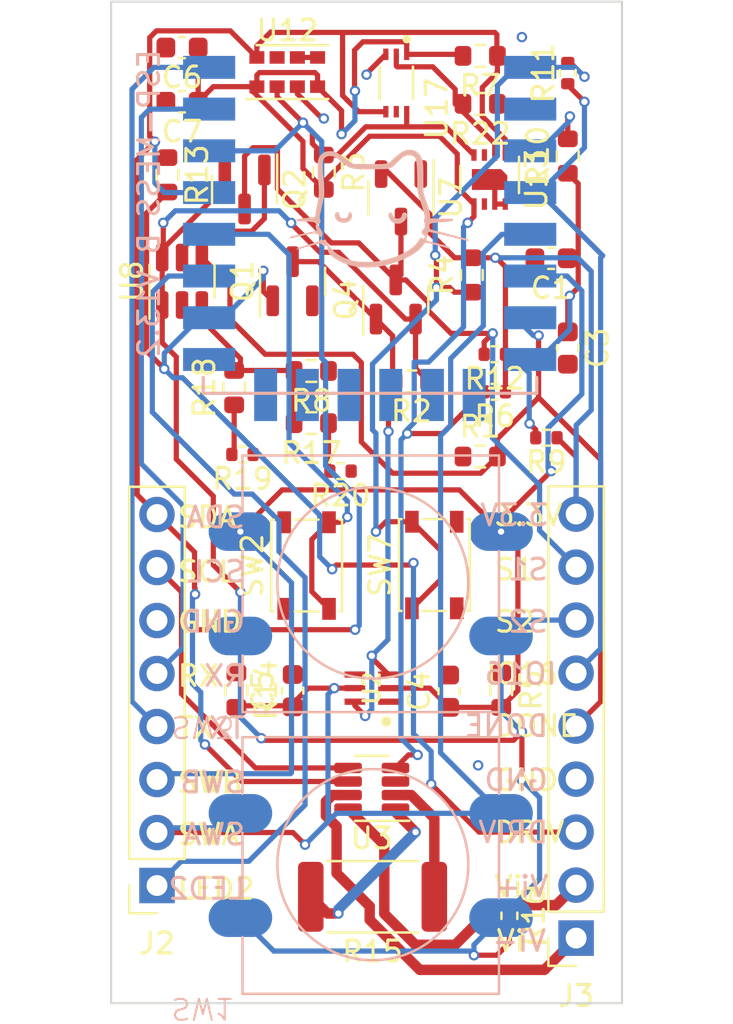
<source format=kicad_pcb>
(kicad_pcb (version 20221018) (generator pcbnew)
  (layers (0 "F.Cu" signal) (31 "B.Cu" signal) (34 "B.Paste" user) (35 "F.Paste" user) (36 "B.SilkS" user "B.Silkscreen") (37 "F.SilkS" user "F.Silkscreen") (38 "B.Mask" user) (39 "F.Mask" user) (44 "Edge.Cuts" user))
  (net 0 "")
  (net 1 "Net-(U1-VCC)")
  (net 2 "GND")
  (net 3 "SW-B")
  (net 4 "SW-A")
  (net 5 "V-SENS")
  (net 6 "+3.3V")
  (net 7 "SDA")
  (net 8 "SCL")
  (net 9 "RX")
  (net 10 "TX")
  (net 11 "Vi+")
  (net 12 "Net-(Q2-G)")
  (net 13 "IO16")
  (net 14 "DRIVE")
  (net 15 "DONE")
  (net 16 "Net-(U8-DELAY{slash}M_DRV)")
  (net 17 "EN")
  (net 18 "Net-(U1-REST)")
  (net 19 "Net-(U13-ADDR)")
  (net 20 "Net-(U1-GPIO0)")
  (net 22 "LED2")
  (net 30 "Net-(U12-LDR)")
  (net 34 "Net-(Q1-D)")
  (net 35 "Net-(U3-IN-)")
  (net 36 "Net-(U3-IN+)")
  (net 37 "Vi-")
  (net 38 "S1")
  (net 39 "S2")
  (net 40 "Net-(R17-Pad1)")
  (net 41 "Net-(R18-Pad1)")
  (footprint "Package_TO_SOT_SMD:SOT-23" (layer "F.Cu") (at 126.05 68.175 90)
    (fp_text reference "Q4")
    (fp_text value "AO3401A")
  )
  (footprint "Capacitor_SMD:C_0603_1608Metric" (layer "F.Cu") (at 115.8 56.1 180)
    (fp_text reference "C6")
    (fp_text value "C")
  )
  (footprint "Connector_PinSocket_2.54mm:PinSocket_1x09_P2.54mm_Vertical" (layer "F.Cu") (at 134.7 98.78 180)
    (fp_text reference "J3")
    (fp_text value "Conn_01x09_Socket")
  )
  (footprint "Capacitor_SMD:C_0603_1608Metric" (layer "F.Cu") (at 128.60825 86.9465 90)
    (fp_text reference "C4")
    (fp_text value "C")
  )
  (footprint "Resistor_SMD:R_0603_1608Metric" (layer "F.Cu") (at 130.1 58.8 180)
    (fp_text reference "R22")
    (fp_text value "0K")
  )
  (footprint "Resistor_SMD:R_0603_1608Metric" (layer "F.Cu") (at 126.8 72.1 180)
    (fp_text reference "R2")
    (fp_text value "R")
  )
  (footprint "Resistor_SMD:R_0603_1608Metric" (layer "F.Cu") (at 118.3 72.4 90)
    (fp_text reference "R18")
    (fp_text value "R")
  )
  (footprint "Resistor_SMD:R_0603_1608Metric" (layer "F.Cu") (at 122.6 62.075 -90)
    (fp_text reference "R3")
    (fp_text value "R")
  )
  (footprint "Sensor_Humidity:Sensirion_DFN-8-1EP_2.5x2.5mm_P0.5mm_EP1.1x1.7mm" (layer "F.Cu") (at 130.55 62.425 -90)
    (fp_text reference "U13")
    (fp_text value "SHT31-DIS")
  )
  (footprint "Resistor_SMD:R_2512_6332Metric" (layer "F.Cu") (at 124.9375 96.8 180)
    (fp_text reference "R15")
    (fp_text value "R")
  )
  (footprint "Resistor_SMD:R_0402_1005Metric" (layer "F.Cu") (at 123.4 76.4 180)
    (fp_text reference "R20")
    (fp_text value "0K")
  )
  (footprint "Resistor_SMD:R_0402_1005Metric" (layer "F.Cu") (at 133.275 74.8 180)
    (fp_text reference "R9")
    (fp_text value "0K")
  )
  (footprint "Resistor_SMD:R_0603_1608Metric" (layer "F.Cu") (at 129.7 67 90)
    (fp_text reference "R4")
    (fp_text value "R")
  )
  (footprint "2n7002:SOT363" (layer "F.Cu") (at 124.9 86.8 90)
    (fp_text reference "U2")
    (fp_text value "2N7002DW")
  )
  (footprint "Resistor_SMD:R_0603_1608Metric" (layer "F.Cu") (at 118.40825 86.8965 -90)
    (fp_text reference "R14")
    (fp_text value "R")
  )
  (footprint "Resistor_SMD:R_0402_1005Metric" (layer "F.Cu") (at 130.8 70.8 180)
    (fp_text reference "R12")
    (fp_text value "0K")
  )
  (footprint "Package_TO_SOT_SMD:SOT-23" (layer "F.Cu") (at 118.8 62.9 -90)
    (fp_text reference "Q2")
    (fp_text value "AO3401A")
  )
  (footprint "Button_Switch_SMD:SW_SPST_PTS810" (layer "F.Cu") (at 127.9 80.9 90)
    (fp_text reference "SW7")
    (fp_text value "SW_Push")
  )
  (footprint "Capacitor_SMD:C_0603_1608Metric" (layer "F.Cu") (at 133.5 66.2 180)
    (fp_text reference "C1")
    (fp_text value "C")
  )
  (footprint "Resistor_SMD:R_0603_1608Metric" (layer "F.Cu") (at 130.1 75.7)
    (fp_text reference "R1")
    (fp_text value "R")
  )
  (footprint "Button_Switch_SMD:SW_SPST_PTS810" (layer "F.Cu") (at 121.775 80.925 90)
    (fp_text reference "SW2")
    (fp_text value "SW_Push")
  )
  (footprint "Resistor_SMD:R_0603_1608Metric" (layer "F.Cu") (at 130.1 56.5 180)
    (fp_text reference "R7")
    (fp_text value "R")
  )
  (footprint "Resistor_SMD:R_0603_1608Metric" (layer "F.Cu") (at 134.3 61.3 90)
    (fp_text reference "R10")
    (fp_text value "R")
  )
  (footprint "Capacitor_SMD:C_0603_1608Metric" (layer "F.Cu") (at 115.8 58.7 180)
    (fp_text reference "C7")
    (fp_text value "C")
  )
  (footprint "Resistor_SMD:R_0402_1005Metric" (layer "F.Cu") (at 118.7 75.6 180)
    (fp_text reference "R19")
    (fp_text value "0K")
  )
  (footprint "Capacitor_SMD:C_0603_1608Metric" (layer "F.Cu") (at 134.3 70.5 -90)
    (fp_text reference "C3")
    (fp_text value "C")
  )
  (footprint "Resistor_SMD:R_0603_1608Metric" (layer "F.Cu") (at 131.10825 86.8965 -90)
    (fp_text reference "R5")
    (fp_text value "R")
  )
  (footprint "Resistor_SMD:R_0603_1608Metric" (layer "F.Cu") (at 122 71.6 180)
    (fp_text reference "R8")
    (fp_text value "R")
  )
  (footprint "Connector_PinSocket_2.54mm:PinSocket_1x08_P2.54mm_Vertical" (layer "F.Cu") (at 114.6 96.26 180)
    (fp_text reference "J2")
    (fp_text value "Conn_01x08_Socket")
  )
  (footprint "Package_TO_SOT_SMD:SOT-23-8" (layer "F.Cu") (at 124.9 91.6 180)
    (fp_text reference "U3")
    (fp_text value "INA219AxDCN")
  )
  (footprint "Resistor_SMD:R_0402_1005Metric" (layer "F.Cu") (at 130.8 72.6 180)
    (fp_text reference "R6")
    (fp_text value "0K")
  )
  (footprint "Package_TO_SOT_SMD:SOT-23-3" (layer "F.Cu") (at 126.3 63.3 -90)
    (fp_text reference "U7")
    (fp_text value "XC6206PxxxMR")
  )
  (footprint "Resistor_SMD:R_0402_1005Metric" (layer "F.Cu") (at 134.3 57.325 90)
    (fp_text reference "R11")
    (fp_text value "0K")
  )
  (footprint "Resistor_SMD:R_0402_1005Metric" (layer "F.Cu") (at 131.5 97.71 -90)
    (fp_text reference "R16")
    (fp_text value "0K")
  )
  (footprint "Package_TO_SOT_SMD:SOT-23" (layer "F.Cu") (at 121.1 67.3 90)
    (fp_text reference "Q1")
    (fp_text value "AO3400A")
  )
  (footprint "Capacitor_SMD:C_0603_1608Metric" (layer "F.Cu") (at 121.10825 86.9215 90)
    (fp_text reference "C5")
    (fp_text value "C")
  )
  (footprint "Resistor_SMD:R_0603_1608Metric" (layer "F.Cu") (at 115.1 62.2 -90)
    (fp_text reference "R13")
    (fp_text value "R")
  )
  (footprint "BH1750:XDCR_BH1750FVI-TR" (layer "F.Cu") (at 126.075 57.8 -90)
    (fp_text reference "U17")
    (fp_text value "BH1750FVI-TR")
  )
  (footprint "Resistor_SMD:R_0603_1608Metric" (layer "F.Cu") (at 122 74.1 180)
    (fp_text reference "R17")
    (fp_text value "R")
  )
  (footprint "Sensor:Avago_APDS-9960" (layer "F.Cu") (at 120.845 57.275)
    (fp_text reference "U12")
    (fp_text value "APDS-9960")
  )
  (footprint "Package_TO_SOT_SMD:SOT-23-6" (layer "F.Cu") (at 115.8 67.3 90)
    (fp_text reference "U8")
    (fp_text value "TPL5110")
  )
  (footprint "A_SensorNode:ButtonSwitch12mm_SMD" (layer "B.Cu") (at 124.95 81.76)
    (fp_text reference "SW3")
    (fp_text value "SW_Push")
  )
  (footprint "A_SensorNode:ESP12_SMD" (layer "B.Cu") (at 132.85 54.45 180)
    (fp_text reference "U1" hide)
    (fp_text value "ESP-12F" hide)
  )
  (footprint "catIcon.preety:catIcon8x8" (layer "B.Cu") (at 125.1 63.8 180)
    (fp_text reference "G***" hide)
    (fp_text value "LOGO" hide)
  )
  (footprint "A_SensorNode:ButtonSwitch12mm_SMD" (layer "B.Cu") (at 124.95 95.26)
    (fp_text reference "SW1")
    (fp_text value "SW_Push")
  )
  (gr_rect (start 112.4 53.9) (end 136.9 101.9) (stroke (width 0.1)) (fill none) (layer "Edge.Cuts"))
  (gr_text "3.3V" (at 133.45 79.1) (layer "B.SilkS") (effects (font (size 1 1)) (justify left bottom mirror)))
  (gr_text "GND" (at 133.45 91.8) (layer "B.SilkS") (effects (font (size 1 1)) (justify left bottom mirror)))
  (gr_text "S2" (at 133.45 84.2) (layer "B.SilkS") (effects (font (size 1 1)) (justify left bottom mirror)))
  (gr_text "GND" (at 118.916666 84.2) (layer "B.SilkS") (effects (font (size 1 1)) (justify left bottom mirror)))
  (gr_text "SWA" (at 118.916666 94.4) (layer "B.SilkS") (effects (font (size 1 1)) (justify left bottom mirror)))
  (gr_text "DRIV" (at 133.45 94.3) (layer "B.SilkS") (effects (font (size 1 1)) (justify left bottom mirror)))
  (gr_text "SDA" (at 118.916666 79.2) (layer "B.SilkS") (effects (font (size 1 1)) (justify left bottom mirror)))
  (gr_text "TX" (at 118.916666 89.3) (layer "B.SilkS") (effects (font (size 1 1)) (justify left bottom mirror)))
  (gr_text "SCL" (at 118.916666 81.8) (layer "B.SilkS") (effects (font (size 1 1)) (justify left bottom mirror)))
  (gr_text "Vi+" (at 133.45 96.9) (layer "B.SilkS") (effects (font (size 1 1)) (justify left bottom mirror)))
  (gr_text "S1" (at 133.45 81.7) (layer "B.SilkS") (effects (font (size 1 1)) (justify left bottom mirror)))
  (gr_text "IO16" (at 133.85 86.7) (layer "B.SilkS") (effects (font (size 1 1)) (justify left bottom mirror)))
  (gr_text "DONE" (at 133.45 89.2) (layer "B.SilkS") (effects (font (size 1 1)) (justify left bottom mirror)))
  (gr_text "SWB" (at 118.916666 91.9) (layer "B.SilkS") (effects (font (size 1 1)) (justify left bottom mirror)))
  (gr_text "LED2" (at 118.916666 97) (layer "B.SilkS") (effects (font (size 1 1)) (justify left bottom mirror)))
  (gr_text "ESP-MESS B V13.2" (at 114.8 56.1 90) (layer "B.SilkS") (effects (font (size 1 1)) (justify left bottom mirror)))
  (gr_text "RX" (at 118.916666 86.8) (layer "B.SilkS") (effects (font (size 1 1)) (justify left bottom mirror)))
  (gr_text "Vi-" (at 133.35 99.5) (layer "B.SilkS") (effects (font (size 1 1)) (justify left bottom mirror)))
  (gr_text "IO16" (at 130.3 86.7) (layer "F.SilkS") (effects (font (size 1 1)) (justify left bottom)))
  (gr_text "LED2" (at 115.5 97) (layer "F.SilkS") (effects (font (size 1 1)) (justify left bottom)))
  (gr_text "Vi-" (at 130.8 99.5) (layer "F.SilkS") (effects (font (size 1 1)) (justify left bottom)))
  (gr_text "SCL" (at 115.5 81.8) (layer "F.SilkS") (effects (font (size 1 1)) (justify left bottom)))
  (gr_text "Vi+" (at 130.7 96.9) (layer "F.SilkS") (effects (font (size 1 1)) (justify left bottom)))
  (gr_text "S2" (at 130.7 84.2) (layer "F.SilkS") (effects (font (size 1 1)) (justify left bottom)))
  (gr_text "TX" (at 115.5 89.3) (layer "F.SilkS") (effects (font (size 1 1)) (justify left bottom)))
  (gr_text "S1" (at 130.7 81.7) (layer "F.SilkS") (effects (font (size 1 1)) (justify left bottom)))
  (gr_text "SWB" (at 115.5 91.9) (layer "F.SilkS") (effects (font (size 1 1)) (justify left bottom)))
  (gr_text "DRIV" (at 130.7 94.3) (layer "F.SilkS") (effects (font (size 1 1)) (justify left bottom)))
  (gr_text "GND" (at 115.5 84.2) (layer "F.SilkS") (effects (font (size 1 1)) (justify left bottom)))
  (gr_text "GND" (at 130.7 91.8) (layer "F.SilkS") (effects (font (size 1 1)) (justify left bottom)))
  (gr_text "DONE" (at 130.7 89.2) (layer "F.SilkS") (effects (font (size 1 1)) (justify left bottom)))
  (gr_text "SWA" (at 115.5 94.4) (layer "F.SilkS") (effects (font (size 1 1)) (justify left bottom)))
  (gr_text "RX" (at 115.5 86.8) (layer "F.SilkS") (effects (font (size 1 1)) (justify left bottom)))
  (gr_text "3.3V" (at 130.7 79.1) (layer "F.SilkS") (effects (font (size 1 1)) (justify left bottom)))
  (gr_text "SDA" (at 115.5 79.2) (layer "F.SilkS") (effects (font (size 1 1)) (justify left bottom)))
  (segment (start 134.8 67.6) (end 134.8 62.625) (width 0.25) (layer "F.Cu") (net 1))
  (segment (start 134.4 68) (end 134.3 68.1) (width 0.25) (layer "F.Cu") (net 1))
  (segment (start 134.3 68.1) (end 134.3 69.725) (width 0.25) (layer "F.Cu") (net 1))
  (segment (start 134.4 68) (end 134.8 67.6) (width 0.25) (layer "F.Cu") (net 1))
  (segment (start 132.765 74.415) (end 132.468733 74.118733) (width 0.25) (layer "F.Cu") (net 1))
  (segment (start 132.765 74.8) (end 132.765 74.415) (width 0.25) (layer "F.Cu") (net 1))
  (segment (start 134.8 62.625) (end 134.3 62.125) (width 0.25) (layer "F.Cu") (net 1))
  (via (at 134.4 68) (size 0.5) (drill 0.3) (layers "F.Cu" "B.Cu") (net 1))
  (via (at 132.468733 74.118733) (size 0.5) (drill 0.3) (layers "F.Cu" "B.Cu") (net 1))
  (segment (start 132.45 71.7) (end 131.8 71.05) (width 0.25) (layer "B.Cu") (net 1))
  (segment (start 132.45 74.1) (end 132.45 71.7) (width 0.25) (layer "B.Cu") (net 1))
  (segment (start 134.4 69.6) (end 132.95 71.05) (width 0.25) (layer "B.Cu") (net 1))
  (segment (start 132.95 71.05) (end 131.8 71.05) (width 0.25) (layer "B.Cu") (net 1))
  (segment (start 132.468733 74.118733) (end 132.45 74.1) (width 0.25) (layer "B.Cu") (net 1))
  (segment (start 134.4 68) (end 134.4 69.6) (width 0.25) (layer "B.Cu") (net 1))
  (segment (start 130.55 62.425) (end 130.8 62.675) (width 0.25) (layer "F.Cu") (net 2))
  (segment (start 122.515 59.5) (end 121.33 58.315) (width 0.25) (layer "F.Cu") (net 2))
  (segment (start 130.8 62.675) (end 130.8 63.6) (width 0.25) (layer "F.Cu") (net 2))
  (segment (start 124.6485 57.4) (end 124.6485 57.3515) (width 0.25) (layer "F.Cu") (net 2))
  (segment (start 124.6485 57.3515) (end 125.575 56.425) (width 0.25) (layer "F.Cu") (net 2))
  (segment (start 130.8 63.6) (end 131.3 63.6) (width 0.25) (layer "F.Cu") (net 2))
  (segment (start 122.6 59.5) (end 122.515 59.5) (width 0.25) (layer "F.Cu") (net 2))
  (segment (start 121.33 58.315) (end 121.33 57.975) (width 0.25) (layer "F.Cu") (net 2))
  (via (at 124.6485 57.4) (size 0.5) (drill 0.3) (layers "F.Cu" "B.Cu") (net 2))
  (via (at 132.1 55.6) (size 0.5) (drill 0.3) (layers "F.Cu" "B.Cu") (net 2))
  (via (at 130 90.5) (size 0.5) (drill 0.3) (layers "F.Cu" "B.Cu") (net 2))
  (via (at 122.6 59.5) (size 0.5) (drill 0.3) (layers "F.Cu" "B.Cu") (net 2))
  (segment (start 129.9 87.7215) (end 128.80825 87.7215) (width 0.25) (layer "F.Cu") (net 3))
  (segment (start 133.5 76.4) (end 131.1 78.8) (width 0.25) (layer "F.Cu") (net 3))
  (segment (start 131.90825 86.9215) (end 131.10825 87.7215) (width 0.25) (layer "F.Cu") (net 3))
  (segment (start 125.7 86.8) (end 127.68675 86.8) (width 0.25) (layer "F.Cu") (net 3))
  (segment (start 131.1 78.8) (end 131.1 79.3) (width 0.25) (layer "F.Cu") (net 3))
  (segment (start 118.6 79.3) (end 120.6 77.3) (width 0.25) (layer "F.Cu") (net 3))
  (segment (start 120.6 77.3) (end 129.1 77.3) (width 0.25) (layer "F.Cu") (net 3))
  (segment (start 131.1 79.3) (end 131.90825 80.10825) (width 0.25) (layer "F.Cu") (net 3))
  (segment (start 127.68675 86.8) (end 128.60825 87.7215) (width 0.25) (layer "F.Cu") (net 3))
  (segment (start 131.10825 87.7215) (end 129.9 87.7215) (width 0.25) (layer "F.Cu") (net 3))
  (segment (start 131.90825 80.10825) (end 131.90825 86.9215) (width 0.25) (layer "F.Cu") (net 3))
  (segment (start 129.1 77.3) (end 131.1 79.3) (width 0.25) (layer "F.Cu") (net 3))
  (via (at 133.5 76.4) (size 0.5) (drill 0.3) (layers "F.Cu" "B.Cu") (net 3))
  (via (at 131.1 79.3) (size 0.5) (drill 0.3) (layers "F.Cu" "B.Cu") (net 3))
  (via (at 118.6 79.3) (size 0.5) (drill 0.3) (layers "F.Cu" "B.Cu") (net 3))
  (segment (start 121.05 90.85) (end 121 90.9) (width 0.25) (layer "B.Cu") (net 3))
  (segment (start 134.975 72.707538) (end 133.355698 74.32684) (width 0.25) (layer "B.Cu") (net 3))
  (segment (start 131.8 67.05) (end 134.263173 67.05) (width 0.25) (layer "B.Cu") (net 3))
  (segment (start 121.05 81.75) (end 121.05 90.85) (width 0.25) (layer "B.Cu") (net 3))
  (segment (start 114.88 90.9) (end 114.6 91.18) (width 0.25) (layer "B.Cu") (net 3))
  (segment (start 121 90.9) (end 114.88 90.9) (width 0.25) (layer "B.Cu") (net 3))
  (segment (start 133.355698 76.255698) (end 133.5 76.4) (width 0.25) (layer "B.Cu") (net 3))
  (segment (start 134.975 67.761827) (end 134.975 72.707538) (width 0.25) (layer "B.Cu") (net 3))
  (segment (start 118.6 79.3) (end 121.05 81.75) (width 0.25) (layer "B.Cu") (net 3))
  (segment (start 134.263173 67.05) (end 134.975 67.761827) (width 0.25) (layer "B.Cu") (net 3))
  (segment (start 133.355698 74.32684) (end 133.355698 76.255698) (width 0.25) (layer "B.Cu") (net 3))
  (segment (start 118.40825 87.6465) (end 121.00825 87.6465) (width 0.25) (layer "F.Cu") (net 4))
  (segment (start 124.09 86.8) (end 123.1 86.8) (width 0.25) (layer "F.Cu") (net 4))
  (segment (start 121.85475 86.8) (end 121.30825 87.3465) (width 0.25) (layer "F.Cu") (net 4))
  (segment (start 121.00825 87.6465) (end 121.30825 87.3465) (width 0.25) (layer "F.Cu") (net 4))
  (segment (start 123.1 86.8) (end 121.85475 86.8) (width 0.25) (layer "F.Cu") (net 4))
  (segment (start 121.7 94.3) (end 121.12 93.72) (width 0.25) (layer "F.Cu") (net 4))
  (segment (start 121.30825 87.3465) (end 120.73325 87.9215) (width 0.25) (layer "F.Cu") (net 4))
  (segment (start 118.60825 87.9215) (end 118.40825 87.7215) (width 0.25) (layer "F.Cu") (net 4))
  (segment (start 118.40825 87.7215) (end 118.40825 88.0165) (width 0.25) (layer "F.Cu") (net 4))
  (segment (start 121.12 93.72) (end 114.6 93.72) (width 0.25) (layer "F.Cu") (net 4))
  (via (at 123.1 86.8) (size 0.5) (drill 0.3) (layers "F.Cu" "B.Cu") (net 4))
  (via (at 121.7 94.3) (size 0.5) (drill 0.3) (layers "F.Cu" "B.Cu") (net 4))
  (segment (start 123.2 92.8) (end 121.7 94.3) (width 0.25) (layer "B.Cu") (net 4))
  (segment (start 131.136827 65.05) (end 130.25 65.936827) (width 0.25) (layer "B.Cu") (net 4))
  (segment (start 131.1 92.8) (end 123.2 92.8) (width 0.25) (layer "B.Cu") (net 4))
  (segment (start 128.2 89.9) (end 131.1 92.8) (width 0.25) (layer "B.Cu") (net 4))
  (segment (start 128.685 71.001827) (end 128.685 74.215) (width 0.25) (layer "B.Cu") (net 4))
  (segment (start 122.8 93.2) (end 121.7 94.3) (width 0.25) (layer "B.Cu") (net 4))
  (segment (start 123.1 86.8) (end 122.8 87.1) (width 0.25) (layer "B.Cu") (net 4))
  (segment (start 130.25 65.936827) (end 130.25 69.436827) (width 0.25) (layer "B.Cu") (net 4))
  (segment (start 128.685 74.215) (end 128.2 74.7) (width 0.25) (layer "B.Cu") (net 4))
  (segment (start 122.8 87.1) (end 122.8 93.2) (width 0.25) (layer "B.Cu") (net 4))
  (segment (start 114.6 93.495) (end 117.905 93.495) (width 0.25) (layer "B.Cu") (net 4))
  (segment (start 130.25 69.436827) (end 128.685 71.001827) (width 0.25) (layer "B.Cu") (net 4))
  (segment (start 128.2 74.7) (end 128.2 89.9) (width 0.25) (layer "B.Cu") (net 4))
  (segment (start 131.8 65.05) (end 131.136827 65.05) (width 0.25) (layer "B.Cu") (net 4))
  (segment (start 130.29 72.6) (end 128.29 74.6) (width 0.25) (layer "F.Cu") (net 5))
  (segment (start 129 62.8) (end 129.8 63.6) (width 0.25) (layer "F.Cu") (net 5))
  (segment (start 124.093483 58.181017) (end 124.074 58.161534) (width 0.25) (layer "F.Cu") (net 5))
  (segment (start 124.799569 60.35) (end 128.15 60.35) (width 0.25) (layer "F.Cu") (net 5))
  (segment (start 128.29 74.6) (end 126.6 74.6) (width 0.25) (layer "F.Cu") (net 5))
  (segment (start 129 61.2) (end 129 62.8) (width 0.25) (layer "F.Cu") (net 5))
  (segment (start 119.26 58.26) (end 121.6 60.6) (width 0.25) (layer "F.Cu") (net 5))
  (segment (start 122.6 62.549569) (end 124.799569 60.35) (width 0.25) (layer "F.Cu") (net 5))
  (segment (start 129.4 56.425) (end 126.575 56.425) (width 0.25) (layer "F.Cu") (net 5))
  (segment (start 122.175 57.3) (end 122.3 57.425) (width 0.25) (layer "F.Cu") (net 5))
  (segment (start 126.6625 90) (end 126.0375 90.625) (width 0.25) (layer "F.Cu") (net 5))
  (segment (start 121.6 60.6) (end 121.6 61.9) (width 0.25) (layer "F.Cu") (net 5))
  (segment (start 127.1 90) (end 126.6625 90) (width 0.25) (layer "F.Cu") (net 5))
  (segment (start 128.15 60.35) (end 129 61.2) (width 0.25) (layer "F.Cu") (net 5))
  (segment (start 119.16 58.205) (end 119.39 57.975) (width 0.25) (layer "F.Cu") (net 5))
  (segment (start 121.6 61.9) (end 122.6 62.9) (width 0.25) (layer "F.Cu") (net 5))
  (segment (start 119.39 57.425) (end 119.515 57.3) (width 0.25) (layer "F.Cu") (net 5))
  (segment (start 122.6 62.9) (end 122.6 62.549569) (width 0.25) (layer "F.Cu") (net 5))
  (segment (start 129.275 56.5) (end 129.2 56.425) (width 0.25) (layer "F.Cu") (net 5))
  (segment (start 124.074 56.226) (end 124.475 55.825) (width 0.25) (layer "F.Cu") (net 5))
  (segment (start 126.575 55.875) (end 126.575 56.425) (width 0.25) (layer "F.Cu") (net 5))
  (segment (start 122.3 57.425) (end 122.3 57.975) (width 0.25) (layer "F.Cu") (net 5))
  (segment (start 117.3 57.975) (end 116.575 58.7) (width 0.25) (layer "F.Cu") (net 5))
  (segment (start 124.475 55.825) (end 126.525 55.825) (width 0.25) (layer "F.Cu") (net 5))
  (segment (start 129.5 64.5) (end 129.8 64.2) (width 0.25) (layer "F.Cu") (net 5))
  (segment (start 119.39 57.975) (end 117.3 57.975) (width 0.25) (layer "F.Cu") (net 5))
  (segment (start 129.8 64.2) (end 129.8 63.6) (width 0.25) (layer "F.Cu") (net 5))
  (segment (start 119.26 58.205) (end 119.26 58.26) (width 0.25) (layer "F.Cu") (net 5))
  (segment (start 126.525 55.825) (end 126.575 55.875) (width 0.25) (layer "F.Cu") (net 5))
  (segment (start 123.450353 60.250353) (end 123.450353 59.125353) (width 0.25) (layer "F.Cu") (net 5))
  (segment (start 124.074 58.161534) (end 124.074 56.226) (width 0.25) (layer "F.Cu") (net 5))
  (segment (start 119.515 57.3) (end 122.175 57.3) (width 0.25) (layer "F.Cu") (net 5))
  (segment (start 123.450353 59.125353) (end 122.3 57.975) (width 0.25) (layer "F.Cu") (net 5))
  (segment (start 116.575 56.1) (end 116.575 58.7) (width 0.25) (layer "F.Cu") (net 5))
  (segment (start 119.39 57.975) (end 119.39 57.425) (width 0.25) (layer "F.Cu") (net 5))
  (via (at 124.093483 58.181017) (size 0.5) (drill 0.3) (layers "F.Cu" "B.Cu") (net 5))
  (via (at 129.5 64.5) (size 0.5) (drill 0.3) (layers "F.Cu" "B.Cu") (net 5))
  (via (at 126.6 74.6) (size 0.5) (drill 0.3) (layers "F.Cu" "B.Cu") (net 5))
  (via (at 123.450353 60.250353) (size 0.5) (drill 0.3) (layers "F.Cu" "B.Cu") (net 5))
  (via (at 127.1 90) (size 0.5) (drill 0.3) (layers "F.Cu" "B.Cu") (net 5))
  (segment (start 126.6 74.6) (end 126.3 74.9) (width 0.25) (layer "B.Cu") (net 5))
  (segment (start 129.5 64.5) (end 129.3 64.7) (width 0.25) (layer "B.Cu") (net 5))
  (segment (start 129.3 69.5) (end 127.625 71.175) (width 0.25) (layer "B.Cu") (net 5))
  (segment (start 127.625 71.175) (end 126.935 71.175) (width 0.25) (layer "B.Cu") (net 5))
  (segment (start 124.093483 59.607223) (end 124.093483 58.181017) (width 0.25) (layer "B.Cu") (net 5))
  (segment (start 126.935 71.175) (end 126.935 74.075) (width 0.25) (layer "B.Cu") (net 5))
  (segment (start 126.935 74.075) (end 126.6 74.41) (width 0.25) (layer "B.Cu") (net 5))
  (segment (start 123.450353 60.250353) (end 124.093483 59.607223) (width 0.25) (layer "B.Cu") (net 5))
  (segment (start 126.3 74.9) (end 126.3 89.2) (width 0.25) (layer "B.Cu") (net 5))
  (segment (start 126.3 89.2) (end 127.1 90) (width 0.25) (layer "B.Cu") (net 5))
  (segment (start 129.3 64.7) (end 129.3 69.5) (width 0.25) (layer "B.Cu") (net 5))
  (segment (start 126.6 74.41) (end 126.6 74.6) (width 0.25) (layer "B.Cu") (net 5))
  (segment (start 133.785 74.8) (end 134.7 75.715) (width 0.25) (layer "F.Cu") (net 6))
  (segment (start 127.7 64.1) (end 125.6 62) (width 0.25) (layer "F.Cu") (net 6))
  (segment (start 128.875 66.175) (end 127.7 65) (width 0.25) (layer "F.Cu") (net 6))
  (segment (start 134.7 75.715) (end 134.7 78.46) (width 0.25) (layer "F.Cu") (net 6))
  (segment (start 125.6 62) (end 125.35 62) (width 0.25) (layer "F.Cu") (net 6))
  (segment (start 131.31 70.8) (end 131.31 66.61) (width 0.25) (layer "F.Cu") (net 6))
  (segment (start 131.31 66.61) (end 130.875 66.175) (width 0.25) (layer "F.Cu") (net 6))
  (segment (start 130.875 66.175) (end 129.7 66.175) (width 0.25) (layer "F.Cu") (net 6))
  (segment (start 131.31 72.6) (end 131.31 70.8) (width 0.25) (layer "F.Cu") (net 6))
  (segment (start 129.7 66.175) (end 128.875 66.175) (width 0.25) (layer "F.Cu") (net 6))
  (segment (start 127.7 65) (end 127.7 64.1) (width 0.25) (layer "F.Cu") (net 6))
  (via (at 130.825 66.175) (size 0.5) (drill 0.3) (layers "F.Cu" "B.Cu") (net 6))
  (segment (start 134.7 74.2) (end 135.425 73.475) (width 0.25) (layer "B.Cu") (net 6))
  (segment (start 134.775 66.175) (end 135.425 66.825) (width 0.25) (layer "B.Cu") (net 6))
  (segment (start 130.8 66.2) (end 130.825 66.175) (width 0.25) (layer "B.Cu") (net 6))
  (segment (start 130.825 66.175) (end 134.775 66.175) (width 0.25) (layer "B.Cu") (net 6))
  (segment (start 134.7 78.46) (end 134.7 74.2) (width 0.25) (layer "B.Cu") (net 6))
  (segment (start 135.425 66.825) (end 135.425 73.475) (width 0.25) (layer "B.Cu") (net 6))
  (segment (start 119.39 56.025) (end 119.39 56.575) (width 0.25) (layer "F.Cu") (net 7))
  (segment (start 130.9 56.5) (end 130.9 55.475) (width 0.25) (layer "F.Cu") (net 7))
  (segment (start 120.065 55.35) (end 119.39 56.025) (width 0.25) (layer "F.Cu") (net 7))
  (segment (start 114.25 55.622183) (end 114.572183 55.3) (width 0.25) (layer "F.Cu") (net 7))
  (segment (start 130.8 55.375) (end 120.19 55.375) (width 0.25) (layer "F.Cu") (net 7))
  (segment (start 116.4255 82.0255) (end 116.4 82) (width 0.25) (layer "F.Cu") (net 7))
  (segment (start 113.65 61.462286) (end 113.65 77.53) (width 0.25) (layer "F.Cu") (net 7))
  (segment (start 116.9 89.5) (end 118.675 91.275) (width 0.25) (layer "F.Cu") (net 7))
  (segment (start 131.3 60.5) (end 130.7 59.9) (width 0.25) (layer "F.Cu") (net 7))
  (segment (start 114.25 60.36406) (end 114.25 55.622183) (width 0.25) (layer "F.Cu") (net 7))
  (segment (start 124.275 59.175) (end 125.575 59.175) (width 0.25) (layer "F.Cu") (net 7))
  (segment (start 113.65 77.53) (end 114.6 78.48) (width 0.25) (layer "F.Cu") (net 7))
  (segment (start 118.675 91.275) (end 123.7625 91.275) (width 0.25) (layer "F.Cu") (net 7))
  (segment (start 123.5 55.375) (end 123.5 58.4) (width 0.25) (layer "F.Cu") (net 7))
  (segment (start 123.5 58.4) (end 124.275 59.175) (width 0.25) (layer "F.Cu") (net 7))
  (segment (start 130.925 57.288173) (end 130.925 56.5) (width 0.25) (layer "F.Cu") (net 7))
  (segment (start 120.19 55.375) (end 120.165 55.35) (width 0.25) (layer "F.Cu") (net 7))
  (segment (start 130.7 59.9) (end 130.2 59.4) (width 0.25) (layer "F.Cu") (net 7))
  (segment (start 118.115 55.3) (end 119.39 56.575) (width 0.25) (layer "F.Cu") (net 7))
  (segment (start 114.499113 60.613173) (end 114.25 60.36406) (width 0.25) (layer "F.Cu") (net 7))
  (segment (start 131.3 61.25) (end 131.3 60.5) (width 0.25) (layer "F.Cu") (net 7))
  (segment (start 130.2 58.013173) (end 130.925 57.288173) (width 0.25) (layer "F.Cu") (net 7))
  (segment (start 130.9 55.475) (end 130.8 55.375) (width 0.25) (layer "F.Cu") (net 7))
  (segment (start 130.2 59.4) (end 130.2 58.013173) (width 0.25) (layer "F.Cu") (net 7))
  (segment (start 114.499113 60.613173) (end 113.65 61.462286) (width 0.25) (layer "F.Cu") (net 7))
  (segment (start 116.4255 82.3) (end 116.4255 82.0255) (width 0.25) (layer "F.Cu") (net 7))
  (segment (start 116.4 80.28) (end 114.6 78.48) (width 0.25) (layer "F.Cu") (net 7))
  (segment (start 114.572183 55.3) (end 118.115 55.3) (width 0.25) (layer "F.Cu") (net 7))
  (segment (start 116.4 82) (end 116.4 80.28) (width 0.25) (layer "F.Cu") (net 7))
  (via (at 116.4255 82.3) (size 0.5) (drill 0.3) (layers "F.Cu" "B.Cu") (net 7))
  (via (at 114.499113 60.613173) (size 0.5) (drill 0.3) (layers "F.Cu" "B.Cu") (net 7))
  (via (at 116.9 89.5) (size 0.5) (drill 0.3) (layers "F.Cu" "B.Cu") (net 7))
  (segment (start 114.499113 62.599113) (end 114.95 63.05) (width 0.25) (layer "B.Cu") (net 7))
  (segment (start 116.4255 82.3) (end 116.301 82.4245) (width 0.25) (layer "B.Cu") (net 7))
  (segment (start 116.301 86.601) (end 116.7 87) (width 0.25) (layer "B.Cu") (net 7))
  (segment (start 116.301 82.4245) (end 116.301 86.601) (width 0.25) (layer "B.Cu") (net 7))
  (segment (start 116.7 89.3) (end 116.9 89.5) (width 0.25) (layer "B.Cu") (net 7))
  (segment (start 114.499113 60.613173) (end 114.499113 62.599113) (width 0.25) (layer "B.Cu") (net 7))
  (segment (start 116.7 87) (end 116.7 89.3) (width 0.25) (layer "B.Cu") (net 7))
  (segment (start 114.95 63.05) (end 117.8 63.05) (width 0.25) (layer "B.Cu") (net 7))
  (segment (start 124.613173 59.9) (end 128.45 59.9) (width 0.25) (layer "F.Cu") (net 8))
  (segment (start 115.775 87.075) (end 115.775 84) (width 0.25) (layer "F.Cu") (net 8))
  (segment (start 124.1 84) (end 115.775 84) (width 0.25) (layer "F.Cu") (net 8))
  (segment (start 115.775 82.195) (end 114.6 81.02) (width 0.25) (layer "F.Cu") (net 8))
  (segment (start 122.05 60.15) (end 122.05 60.7) (width 0.25) (layer "F.Cu") (net 8))
  (segment (start 121.6 59.7) (end 122.05 60.15) (width 0.25) (layer "F.Cu") (net 8))
  (segment (start 120.36 58.46) (end 120.36 57.975) (width 0.25) (layer "F.Cu") (net 8))
  (segment (start 122.6 61.25) (end 123.263173 61.25) (width 0.25) (layer "F.Cu") (net 8))
  (segment (start 119.325 90.625) (end 115.775 87.075) (width 0.25) (layer "F.Cu") (net 8))
  (segment (start 128.45 59.9) (end 129.8 61.25) (width 0.25) (layer "F.Cu") (net 8))
  (segment (start 115.775 84) (end 115.775 82.195) (width 0.25) (layer "F.Cu") (net 8))
  (segment (start 121.6 59.7) (end 120.36 58.46) (width 0.25) (layer "F.Cu") (net 8))
  (segment (start 122.05 60.7) (end 122.6 61.25) (width 0.25) (layer "F.Cu") (net 8))
  (segment (start 123.263173 61.25) (end 124.613173 59.9) (width 0.25) (layer "F.Cu") (net 8))
  (segment (start 126.575 59.175) (end 126.575 59.9) (width 0.25) (layer "F.Cu") (net 8))
  (segment (start 123.7625 90.625) (end 119.325 90.625) (width 0.25) (layer "F.Cu") (net 8))
  (via (at 124.1 84) (size 0.5) (drill 0.3) (layers "F.Cu" "B.Cu") (net 8))
  (via (at 121.6 59.7) (size 0.5) (drill 0.3) (layers "F.Cu" "B.Cu") (net 8))
  (segment (start 122.685 76.148604) (end 124.3 77.763604) (width 0.25) (layer "B.Cu") (net 8))
  (segment (start 117.8 61.05) (end 120.25 61.05) (width 0.25) (layer "B.Cu") (net 8))
  (segment (start 120.25 61.05) (end 121.6 59.7) (width 0.25) (layer "B.Cu") (net 8))
  (segment (start 122.685 71.175) (end 122.685 76.148604) (width 0.25) (layer "B.Cu") (net 8))
  (segment (start 122.5 60.6) (end 122.5 70.99) (width 0.25) (layer "B.Cu") (net 8))
  (segment (start 124.3 83.8) (end 124.1 84) (width 0.25) (layer "B.Cu") (net 8))
  (segment (start 122.5 70.99) (end 122.685 71.175) (width 0.25) (layer "B.Cu") (net 8))
  (segment (start 121.6 59.7) (end 122.5 60.6) (width 0.25) (layer "B.Cu") (net 8))
  (segment (start 124.3 77.763604) (end 124.3 83.8) (width 0.25) (layer "B.Cu") (net 8))
  (segment (start 117.8 59.05) (end 114.25 59.05) (width 0.25) (layer "B.Cu") (net 9))
  (segment (start 114.25 59.05) (end 113.85 59.45) (width 0.25) (layer "B.Cu") (net 9))
  (segment (start 115.851 78.051) (end 115.851 84.849) (width 0.25) (layer "B.Cu") (net 9))
  (segment (start 115.851 84.849) (end 114.6 86.1) (width 0.25) (layer "B.Cu") (net 9))
  (segment (start 113.85 59.45) (end 113.85 76.05) (width 0.25) (layer "B.Cu") (net 9))
  (segment (start 113.85 76.05) (end 115.851 78.051) (width 0.25) (layer "B.Cu") (net 9))
  (segment (start 114.45 57.05) (end 113.4 58.1) (width 0.25) (layer "B.Cu") (net 10))
  (segment (start 113.4 87.44) (end 114.6 88.64) (width 0.25) (layer "B.Cu") (net 10))
  (segment (start 116.65 57.05) (end 114.45 57.05) (width 0.25) (layer "B.Cu") (net 10))
  (segment (start 113.4 58.1) (end 113.4 87.44) (width 0.25) (layer "B.Cu") (net 10))
  (segment (start 122.7 92.232538) (end 122.7 92.917462) (width 0.5) (layer "F.Cu") (net 11))
  (segment (start 124.8 97.255266) (end 124.8 97.9) (width 0.5) (layer "F.Cu") (net 11))
  (segment (start 124.8 97.9) (end 127.2 100.3) (width 0.5) (layer "F.Cu") (net 11))
  (segment (start 123.007538 91.925) (end 122.7 92.232538) (width 0.5) (layer "F.Cu") (net 11))
  (segment (start 123.42255 91.925) (end 123.007538 91.925) (width 0.5) (layer "F.Cu") (net 11))
  (segment (start 123.2125 93.429962) (end 123.2125 95.667766) (width 0.5) (layer "F.Cu") (net 11))
  (segment (start 127.2 100.3) (end 133.18 100.3) (width 0.5) (layer "F.Cu") (net 11))
  (segment (start 123.2125 95.667766) (end 124.8 97.255266) (width 0.5) (layer "F.Cu") (net 11))
  (segment (start 122.7 92.917462) (end 123.2125 93.429962) (width 0.5) (layer "F.Cu") (net 11))
  (segment (start 133.18 100.3) (end 134.7 98.78) (width 0.5) (layer "F.Cu") (net 11))
  (segment (start 119.75 64.296751) (end 119.75 61.9625) (width 0.25) (layer "F.Cu") (net 12))
  (segment (start 115.8 66.1625) (end 115.8 65.778249) (width 0.25) (layer "F.Cu") (net 12))
  (segment (start 116.878249 64.9) (end 119.146751 64.9) (width 0.25) (layer "F.Cu") (net 12))
  (segment (start 116.678249 64.9) (end 116.878249 64.9) (width 0.25) (layer "F.Cu") (net 12))
  (segment (start 119.146751 64.9) (end 119.75 64.296751) (width 0.25) (layer "F.Cu") (net 12))
  (segment (start 115.8 65.778249) (end 116.678249 64.9) (width 0.25) (layer "F.Cu") (net 12))
  (segment (start 134.3 57.835) (end 134.3 57.9) (width 0.25) (layer "F.Cu") (net 13))
  (segment (start 134.3 57.9) (end 135.1 58.7) (width 0.25) (layer "F.Cu") (net 13))
  (via (at 135.1 58.7) (size 0.5) (drill 0.3) (layers "F.Cu" "B.Cu") (net 13))
  (segment (start 135.1 60.9) (end 132.95 63.05) (width 0.25) (layer "B.Cu") (net 13))
  (segment (start 135.875 84.905) (end 135.875 66.175) (width 0.25) (layer "B.Cu") (net 13))
  (segment (start 132.95 63.05) (end 135.975 66.075) (width 0.25) (layer "B.Cu") (net 13))
  (segment (start 135.875 66.175) (end 135.975 66.075) (width 0.25) (layer "B.Cu") (net 13))
  (segment (start 134.7 86.08) (end 135.875 84.905) (width 0.25) (layer "B.Cu") (net 13))
  (segment (start 135.1 58.7) (end 135.1 60.9) (width 0.25) (layer "B.Cu") (net 13))
  (segment (start 131.8 63.05) (end 132.95 63.05) (width 0.25) (layer "B.Cu") (net 13))
  (segment (start 123.2 80.9) (end 123 81.1) (width 0.25) (layer "F.Cu") (net 14))
  (segment (start 114.1 64.025) (end 115.1 63.025) (width 0.25) (layer "F.Cu") (net 14))
  (segment (start 119.7 67.7875) (end 120.15 68.2375) (width 0.25) (layer "F.Cu") (net 14))
  (segment (start 120.15 68.2375) (end 120.15 68.64) (width 0.25) (layer "F.Cu") (net 14))
  (segment (start 130.05 93.7) (end 127.75 91.4) (width 0.25) (layer "F.Cu") (net 14))
  (segment (start 119.7 66.8) (end 119.7 67.7875) (width 0.25) (layer "F.Cu") (net 14))
  (segment (start 126.9 80.8) (end 126.8 80.9) (width 0.25) (layer "F.Cu") (net 14))
  (segment (start 134.7 93.7) (end 130.05 93.7) (width 0.25) (layer "F.Cu") (net 14))
  (segment (start 114.9495 71.5) (end 114.1 70.6505) (width 0.25) (layer "F.Cu") (net 14))
  (segment (start 114.1 70.6505) (end 114.1 64.025) (width 0.25) (layer "F.Cu") (net 14))
  (segment (start 126.8 80.9) (end 123.2 80.9) (width 0.25) (layer "F.Cu") (net 14))
  (via (at 114.9495 71.5) (size 0.5) (drill 0.3) (layers "F.Cu" "B.Cu") (net 14))
  (via (at 119.7 66.8) (size 0.5) (drill 0.3) (layers "F.Cu" "B.Cu") (net 14))
  (via (at 126.9 80.8) (size 0.5) (drill 0.3) (layers "F.Cu" "B.Cu") (net 14))
  (via (at 123 81.1) (size 0.5) (drill 0.3) (layers "F.Cu" "B.Cu") (net 14))
  (via (at 127.75 91.4) (size 0.5) (drill 0.3) (layers "F.Cu" "B.Cu") (net 14))
  (segment (start 114.9495 71.5) (end 114.9495 70.7505) (width 0.25) (layer "B.Cu") (net 14))
  (segment (start 126.9 88.986827) (end 127.75 89.836827) (width 0.25) (layer "B.Cu") (net 14))
  (segment (start 115.825 71.925) (end 122.4 78.5) (width 0.25) (layer "B.Cu") (net 14))
  (segment (start 115.3745 71.925) (end 115.825 71.925) (width 0.25) (layer "B.Cu") (net 14))
  (segment (start 114.9495 70.7505) (end 116.65 69.05) (width 0.25) (layer "B.Cu") (net 14))
  (segment (start 127.75 89.836827) (end 127.75 91.4) (width 0.25) (layer "B.Cu") (net 14))
  (segment (start 114.9495 71.5) (end 115.3745 71.925) (width 0.25) (layer "B.Cu") (net 14))
  (segment (start 122.4 80.5) (end 123 81.1) (width 0.25) (layer "B.Cu") (net 14))
  (segment (start 119.7 67.15) (end 117.8 69.05) (width 0.25) (layer "B.Cu") (net 14))
  (segment (start 122.4 78.5) (end 122.4 80.5) (width 0.25) (layer "B.Cu") (net 14))
  (segment (start 126.9 80.8) (end 126.9 88.986827) (width 0.25) (layer "B.Cu") (net 14))
  (segment (start 116.65 69.05) (end 117.8 69.05) (width 0.25) (layer "B.Cu") (net 14))
  (segment (start 119.7 66.8) (end 119.7 67.15) (width 0.25) (layer "B.Cu") (net 14))
  (segment (start 135.875 87.445) (end 134.7 88.62) (width 0.25) (layer "F.Cu") (net 15))
  (segment (start 124.4 71.2) (end 124.4 75) (width 0.25) (layer "F.Cu") (net 15))
  (segment (start 124 70.8) (end 124.4 71.2) (width 0.25) (layer "F.Cu") (net 15))
  (segment (start 130.925 74.85) (end 132.9 72.875) (width 0.25) (layer "F.Cu") (net 15))
  (segment (start 116.75 66.1625) (end 118.1 67.5125) (width 0.25) (layer "F.Cu") (net 15))
  (segment (start 132.9 72.875) (end 135.875 75.85) (width 0.25) (layer "F.Cu") (net 15))
  (segment (start 125.9 76.5) (end 130.125 76.5) (width 0.25) (layer "F.Cu") (net 15))
  (segment (start 135.875 75.85) (end 135.875 87.445) (width 0.25) (layer "F.Cu") (net 15))
  (segment (start 132.9 69.9) (end 132.9 72.875) (width 0.25) (layer "F.Cu") (net 15))
  (segment (start 118.1 67.5125) (end 118.1 69.113173) (width 0.25) (layer "F.Cu") (net 15))
  (segment (start 119.786827 70.8) (end 124 70.8) (width 0.25) (layer "F.Cu") (net 15))
  (segment (start 124.4 75) (end 125.9 76.5) (width 0.25) (layer "F.Cu") (net 15))
  (segment (start 118.1 69.113173) (end 119.786827 70.8) (width 0.25) (layer "F.Cu") (net 15))
  (segment (start 130.125 76.5) (end 130.925 75.7) (width 0.25) (layer "F.Cu") (net 15))
  (segment (start 130.925 75.7) (end 130.925 74.85) (width 0.25) (layer "F.Cu") (net 15))
  (via (at 132.9 69.9) (size 0.5) (drill 0.3) (layers "F.Cu" "B.Cu") (net 15))
  (segment (start 132.65 69.9) (end 131.8 69.05) (width 0.25) (layer "B.Cu") (net 15))
  (segment (start 132.9 69.9) (end 132.65 69.9) (width 0.25) (layer "B.Cu") (net 15))
  (segment (start 118.6 71) (end 118.6 71.575) (width 0.25) (layer "F.Cu") (net 16))
  (segment (start 117.65 70.05) (end 118.6 71) (width 0.25) (layer "F.Cu") (net 16))
  (segment (start 116.75 68.4375) (end 116.75 69.15) (width 0.25) (layer "F.Cu") (net 16))
  (segment (start 121.15 71.575) (end 121.175 71.6) (width 0.25) (layer "F.Cu") (net 16))
  (segment (start 121.175 74.1) (end 121.175 71.6) (width 0.25) (layer "F.Cu") (net 16))
  (segment (start 118.3 71.575) (end 118.65 71.575) (width 0.25) (layer "F.Cu") (net 16))
  (segment (start 116.75 69.15) (end 117.65 70.05) (width 0.25) (layer "F.Cu") (net 16))
  (segment (start 121.175 71.6) (end 121.2 71.575) (width 0.25) (layer "F.Cu") (net 16))
  (segment (start 118.3 71.575) (end 121.15 71.575) (width 0.25) (layer "F.Cu") (net 16))
  (segment (start 134.3 59.5) (end 134.4 59.4) (width 0.25) (layer "F.Cu") (net 17))
  (segment (start 134.3 60.475) (end 134.3 59.5) (width 0.25) (layer "F.Cu") (net 17))
  (via (at 134.4 59.4) (size 0.5) (drill 0.3) (layers "F.Cu" "B.Cu") (net 17))
  (segment (start 134.4 59.6) (end 132.95 61.05) (width 0.25) (layer "B.Cu") (net 17))
  (segment (start 134.4 59.4) (end 134.4 59.6) (width 0.25) (layer "B.Cu") (net 17))
  (segment (start 132.95 61.05) (end 131.8 61.05) (width 0.25) (layer "B.Cu") (net 17))
  (segment (start 128 66.112466) (end 127.943767 66.056233) (width 0.25) (layer "F.Cu") (net 18))
  (segment (start 128.2005 80.2005) (end 126.825 78.825) (width 0.25) (layer "F.Cu") (net 18))
  (segment (start 135.1 57.5) (end 134.415 56.815) (width 0.25) (layer "F.Cu") (net 18))
  (segment (start 126.825 78.825) (end 125.575 78.825) (width 0.25) (layer "F.Cu") (net 18))
  (segment (start 128.8625 67.825) (end 129.7 67.825) (width 0.25) (layer "F.Cu") (net 18))
  (segment (start 128 67.6) (end 128 66.112466) (width 0.25) (layer "F.Cu") (net 18))
  (segment (start 128.2005 81.5995) (end 128.2005 80.2005) (width 0.25) (layer "F.Cu") (net 18))
  (segment (start 128.6375 67.6) (end 128.8625 67.825) (width 0.25) (layer "F.Cu") (net 18))
  (segment (start 125.575 78.825) (end 125.1 79.3) (width 0.25) (layer "F.Cu") (net 18))
  (segment (start 134.415 56.815) (end 134.3 56.815) (width 0.25) (layer "F.Cu") (net 18))
  (segment (start 128 67.6) (end 128.6375 67.6) (width 0.25) (layer "F.Cu") (net 18))
  (segment (start 126.825 82.975) (end 128.2005 81.5995) (width 0.25) (layer "F.Cu") (net 18))
  (via (at 128 67.6) (size 0.5) (drill 0.3) (layers "F.Cu" "B.Cu") (net 18))
  (via (at 127.943767 66.056233) (size 0.5) (drill 0.3) (layers "F.Cu" "B.Cu") (net 18))
  (via (at 135.1 57.5) (size 0.5) (drill 0.3) (layers "F.Cu" "B.Cu") (net 18))
  (via (at 125.1 79.3) (size 0.5) (drill 0.3) (layers "F.Cu" "B.Cu") (net 18))
  (segment (start 124.935 74.421827) (end 125.1 74.586827) (width 0.25) (layer "B.Cu") (net 18))
  (segment (start 130.925 61.29301) (end 130.925 57.925) (width 0.25) (layer "B.Cu") (net 18))
  (segment (start 127.943767 66.056233) (end 127.943767 64.274243) (width 0.25) (layer "B.Cu") (net 18))
  (segment (start 127.943767 64.274243) (end 130.925 61.29301) (width 0.25) (layer "B.Cu") (net 18))
  (segment (start 128 68.2) (end 124.935 71.265) (width 0.25) (layer "B.Cu") (net 18))
  (segment (start 125.1 74.586827) (end 125.1 79.3) (width 0.25) (layer "B.Cu") (net 18))
  (segment (start 131.8 57.05) (end 134.65 57.05) (width 0.25) (layer "B.Cu") (net 18))
  (segment (start 128 67.6) (end 128 68.2) (width 0.25) (layer "B.Cu") (net 18))
  (segment (start 124.935 71.265) (end 124.935 74.421827) (width 0.25) (layer "B.Cu") (net 18))
  (segment (start 134.65 57.05) (end 135.1 57.5) (width 0.25) (layer "B.Cu") (net 18))
  (segment (start 130.925 57.925) (end 131.8 57.05) (width 0.25) (layer "B.Cu") (net 18))
  (segment (start 126.075 56.975) (end 126.125 57.025) (width 0.25) (layer "F.Cu") (net 19))
  (segment (start 126.125 57.025) (end 127.825 57.025) (width 0.25) (layer "F.Cu") (net 19))
  (segment (start 128.9 58.1) (end 128.9 58.8) (width 0.25) (layer "F.Cu") (net 19))
  (segment (start 126.075 56.425) (end 126.075 56.975) (width 0.25) (layer "F.Cu") (net 19))
  (segment (start 128.9 58.8) (end 130.8 60.7) (width 0.25) (layer "F.Cu") (net 19))
  (segment (start 127.825 57.025) (end 128.9 58.1) (width 0.25) (layer "F.Cu") (net 19))
  (segment (start 130.8 60.7) (end 130.8 61.25) (width 0.25) (layer "F.Cu") (net 19))
  (segment (start 123.7255 78.6) (end 123.4755 78.85) (width 0.25) (layer "F.Cu") (net 20))
  (segment (start 122.025 82.175) (end 122.025 79.675) (width 0.25) (layer "F.Cu") (net 20))
  (segment (start 122.025 79.675) (end 122.85 78.85) (width 0.25) (layer "F.Cu") (net 20))
  (segment (start 123.4755 78.85) (end 122.85 78.85) (width 0.25) (layer "F.Cu") (net 20))
  (segment (start 122.85 83) (end 122.025 82.175) (width 0.25) (layer "F.Cu") (net 20))
  (via (at 123.7255 78.6) (size 0.5) (drill 0.3) (layers "F.Cu" "B.Cu") (net 20))
  (segment (start 123.7255 78.6) (end 123.7255 77.8255) (width 0.25) (layer "B.Cu") (net 20))
  (segment (start 123.7255 77.8255) (end 120.935 75.035) (width 0.25) (layer "B.Cu") (net 20))
  (segment (start 120.935 66.035) (end 119.95 65.05) (width 0.25) (layer "B.Cu") (net 20))
  (segment (start 119.95 65.05) (end 117.8 65.05) (width 0.25) (layer "B.Cu") (net 20))
  (segment (start 120.935 75.035) (end 120.935 66.035) (width 0.25) (layer "B.Cu") (net 20))
  (segment (start 120.449 80.249) (end 121.7 81.5) (width 0.25) (layer "B.Cu") (net 22))
  (segment (start 115.76 95.1) (end 114.6 96.26) (width 0.25) (layer "B.Cu") (net 22))
  (segment (start 120.449 78.782233) (end 120.449 80.249) (width 0.25) (layer "B.Cu") (net 22))
  (segment (start 121.7 92.4) (end 119 95.1) (width 0.25) (layer "B.Cu") (net 22))
  (segment (start 118.3 77.5) (end 119.166767 77.5) (width 0.25) (layer "B.Cu") (net 22))
  (segment (start 115.15 67.05) (end 114.375 67.825) (width 0.25) (layer "B.Cu") (net 22))
  (segment (start 119.166767 77.5) (end 120.449 78.782233) (width 0.25) (layer "B.Cu") (net 22))
  (segment (start 117.8 67.05) (end 115.15 67.05) (width 0.25) (layer "B.Cu") (net 22))
  (segment (start 114.375 67.825) (end 114.375 73.575) (width 0.25) (layer "B.Cu") (net 22))
  (segment (start 114.375 73.575) (end 118.3 77.5) (width 0.25) (layer "B.Cu") (net 22))
  (segment (start 121.7 81.5) (end 121.7 92.4) (width 0.25) (layer "B.Cu") (net 22))
  (segment (start 119 95.1) (end 115.76 95.1) (width 0.25) (layer "B.Cu") (net 22))
  (segment (start 122.3 56.575) (end 121.33 56.575) (width 0.25) (layer "F.Cu") (net 30))
  (segment (start 124.09 87.64) (end 124.09 87.45) (width 0.25) (layer "F.Cu") (net 34))
  (segment (start 125.7 72.375) (end 125.975 72.1) (width 0.25) (layer "F.Cu") (net 34))
  (segment (start 121.1 66.3625) (end 122.35 66.3625) (width 0.25) (layer "F.Cu") (net 34))
  (segment (start 125.975 72.1) (end 125.9 72.025) (width 0.25) (layer "F.Cu") (net 34))
  (segment (start 125 85.35) (end 125 85.45) (width 0.25) (layer "F.Cu") (net 34))
  (segment (start 125 85.45) (end 125.7 86.15) (width 0.25) (layer "F.Cu") (net 34))
  (segment (start 124.58325 88.13325) (end 124.09 87.64) (width 0.25) (layer "F.Cu") (net 34))
  (segment (start 122.35 66.3625) (end 125.1 69.1125) (width 0.25) (layer "F.Cu") (net 34))
  (segment (start 125.7 74.5) (end 125.7 72.375) (width 0.25) (layer "F.Cu") (net 34))
  (segment (start 124.9 85.25) (end 125 85.35) (width 0.25) (layer "F.Cu") (net 34))
  (segment (start 125.9 72.025) (end 125.9 69.9125) (width 0.25) (layer "F.Cu") (net 34))
  (segment (start 125.9 69.9125) (end 125.1 69.1125) (width 0.25) (layer "F.Cu") (net 34))
  (via (at 125.7 74.5) (size 0.5) (drill 0.3) (layers "F.Cu" "B.Cu") (net 34))
  (via (at 124.58325 88.13325) (size 0.5) (drill 0.3) (layers "F.Cu" "B.Cu") (net 34))
  (via (at 124.9 85.25) (size 0.5) (drill 0.3) (layers "F.Cu" "B.Cu") (net 34))
  (segment (start 125.675 74.525) (end 125.675 84.475) (width 0.25) (layer "B.Cu") (net 34))
  (segment (start 125.7 74.5) (end 125.675 74.525) (width 0.25) (layer "B.Cu") (net 34))
  (segment (start 124.9 87.8165) (end 124.58325 88.13325) (width 0.25) (layer "B.Cu") (net 34))
  (segment (start 124.9 85.25) (end 124.9 87.8165) (width 0.25) (layer "B.Cu") (net 34))
  (segment (start 125.675 84.475) (end 124.9 85.25) (width 0.25) (layer "B.Cu") (net 34))
  (segment (start 126.377449 91.925) (end 126.792462 91.925) (width 0.5) (layer "F.Cu") (net 35))
  (segment (start 127.9 93.032538) (end 127.9 96.8) (width 0.5) (layer "F.Cu") (net 35))
  (segment (start 126.792462 91.925) (end 127.9 93.032538) (width 0.5) (layer "F.Cu") (net 35))
  (segment (start 123.3 97.6) (end 122.775 97.6) (width 0.5) (layer "F.Cu") (net 36))
  (segment (start 126.0375 92.7375) (end 127 93.7) (width 0.5) (layer "F.Cu") (net 36))
  (segment (start 126.0375 92.575) (end 126.0375 92.7375) (width 0.5) (layer "F.Cu") (net 36))
  (segment (start 122.775 97.6) (end 121.975 96.8) (width 0.5) (layer "F.Cu") (net 36))
  (via (at 123.3 97.6) (size 0.5) (drill 0.3) (layers "F.Cu" "B.Cu") (net 36))
  (via (at 127 93.7) (size 0.5) (drill 0.3) (layers "F.Cu" "B.Cu") (net 36))
  (segment (start 123.3 97.6) (end 123.3 97.4) (width 0.5) (layer "B.Cu") (net 36))
  (segment (start 123.3 97.4) (end 127 93.7) (width 0.5) (layer "B.Cu") (net 36))
  (segment (start 126.98995 99.1) (end 125.5 97.61005) (width 0.5) (layer "F.Cu") (net 37))
  (segment (start 128.9 99.1) (end 126.98995 99.1) (width 0.5) (layer "F.Cu") (net 37))
  (segment (start 131.5 97.2) (end 130.8 97.2) (width 0.5) (layer "F.Cu") (net 37))
  (segment (start 125.5 97.61005) (end 125.5 94.3125) (width 0.5) (layer "F.Cu") (net 37))
  (segment (start 133.74 97.2) (end 134.311091 96.628909) (width 0.5) (layer "F.Cu") (net 37))
  (segment (start 131.5 97.2) (end 133.74 97.2) (width 0.5) (layer "F.Cu") (net 37))
  (segment (start 130.8 97.2) (end 128.9 99.1) (width 0.5) (layer "F.Cu") (net 37))
  (segment (start 125.5 94.3125) (end 123.7625 92.575) (width 0.5) (layer "F.Cu") (net 37))
  (segment (start 127.625 68.725) (end 127.625 68.328249) (width 0.25) (layer "F.Cu") (net 38))
  (segment (start 127.625 68.328249) (end 126.534251 67.2375) (width 0.25) (layer "F.Cu") (net 38))
  (segment (start 130.7 69.8) (end 130.29 70.21) (width 0.25) (layer "F.Cu") (net 38))
  (segment (start 118.8 63.6375) (end 118.8 61.303249) (width 0.25) (layer "F.Cu") (net 38))
  (segment (start 118.8 61.303249) (end 119.203249 60.9) (width 0.25) (layer "F.Cu") (net 38))
  (segment (start 124.275 65.4625) (end 126.05 67.2375) (width 0.25) (layer "F.Cu") (net 38))
  (segment (start 130.7 69.8) (end 128.7 69.8) (width 0.25) (layer "F.Cu") (net 38))
  (segment (start 126.3 64.4375) (end 126.3 66.9875) (width 0.25) (layer "F.Cu") (net 38))
  (segment (start 120.375 60.975) (end 120.375 62.875) (width 0.25) (layer "F.Cu") (net 38))
  (segment (start 126.534251 67.2375) (end 126.05 67.2375) (width 0.25) (layer "F.Cu") (net 38))
  (segment (start 122.9625 65.4625) (end 124.275 65.4625) (width 0.25) (layer "F.Cu") (net 38))
  (segment (start 126.3 66.9875) (end 126.05 67.2375) (width 0.25) (layer "F.Cu") (net 38))
  (segment (start 120.375 62.875) (end 122.9625 65.4625) (width 0.25) (layer "F.Cu") (net 38))
  (segment (start 119.203249 60.9) (end 120.3 60.9) (width 0.25) (layer "F.Cu") (net 38))
  (segment (start 130.29 70.21) (end 130.29 70.8) (width 0.25) (layer "F.Cu") (net 38))
  (segment (start 128.7 69.8) (end 127.625 68.725) (width 0.25) (layer "F.Cu") (net 38))
  (segment (start 120.3 60.9) (end 120.375 60.975) (width 0.25) (layer "F.Cu") (net 38))
  (via (at 130.7 69.8) (size 0.5) (drill 0.3) (layers "F.Cu" "B.Cu") (net 38))
  (segment (start 130.685 74.81) (end 132.949 77.074) (width 0.25) (layer "B.Cu") (net 38))
  (segment (start 132.949 79.249) (end 134.7 81) (width 0.25) (layer "B.Cu") (net 38))
  (segment (start 130.685 71.175) (end 130.685 74.81) (width 0.25) (layer "B.Cu") (net 38))
  (segment (start 130.7 71.16) (end 130.685 71.175) (width 0.25) (layer "B.Cu") (net 38))
  (segment (start 130.7 69.8) (end 130.7 71.16) (width 0.25) (layer "B.Cu") (net 38))
  (segment (start 132.949 77.074) (end 132.949 79.249) (width 0.25) (layer "B.Cu") (net 38))
  (segment (start 129.8 99.6) (end 130.9 99.6) (width 0.25) (layer "F.Cu") (net 39))
  (segment (start 114.85 65.778249) (end 114.85 66.1625) (width 0.25) (layer "F.Cu") (net 39))
  (segment (start 114.85 68.4375) (end 114.85 66.1625) (width 0.25) (layer "F.Cu") (net 39))
  (segment (start 119.7 89.3) (end 131.7 89.3) (width 0.25) (layer "F.Cu") (net 39))
  (segment (start 118.6 82.2) (end 117.3 80.9) (width 0.25) (layer "F.Cu") (net 39))
  (segment (start 130.9 99.6) (end 131.5 99) (width 0.25) (layer "F.Cu") (net 39))
  (segment (start 114.9 66.1125) (end 114.85 66.1625) (width 0.25) (layer "F.Cu") (net 39))
  (segment (start 114.9 64.5) (end 114.9 66.1125) (width 0.25) (layer "F.Cu") (net 39))
  (segment (start 126.509251 69.1125) (end 127 69.1125) (width 0.25) (layer "F.Cu") (net 39))
  (segment (start 118.6 82.2) (end 118.6 82.4) (width 0.25) (layer "F.Cu") (net 39))
  (segment (start 119.6 89.2) (end 119.7 89.3) (width 0.25) (layer "F.Cu") (net 39))
  (segment (start 127 71.475) (end 127.625 72.1) (width 0.25) (layer "F.Cu") (net 39))
  (segment (start 117.85 62.778249) (end 114.85 65.778249) (width 0.25) (layer "F.Cu") (net 39))
  (segment (start 117.85 61.7625) (end 117.85 62.778249) (width 0.25) (layer "F.Cu") (net 39))
  (segment (start 123.309251 65.9125) (end 126.509251 69.1125) (width 0.25) (layer "F.Cu") (net 39))
  (segment (start 131.5 99) (end 131.5 98.22) (width 0.25) (layer "F.Cu") (net 39))
  (segment (start 117.3 80.9) (end 117.3 77.6) (width 0.25) (layer "F.Cu") (net 39))
  (segment (start 115.5245 75.8245) (end 115.5245 70.9245) (width 0.25) (layer "F.Cu") (net 39))
  (segment (start 127 69.1125) (end 127 71.475) (width 0.25) (layer "F.Cu") (net 39))
  (segment (start 132.1 88.9) (end 132.1 91.2) (width 0.25) (layer "F.Cu") (net 39))
  (segment (start 131.7 89.3) (end 132.1 88.9) (width 0.25) (layer "F.Cu") (net 39))
  (segment (start 114.85 70.25) (end 114.85 68.4375) (width 0.25) (layer "F.Cu") (net 39))
  (segment (start 122.4125 65.9125) (end 123.309251 65.9125) (width 0.25) (layer "F.Cu") (net 39))
  (segment (start 115.5245 70.9245) (end 114.85 70.25) (width 0.25) (layer "F.Cu") (net 39))
  (segment (start 121.031673 64.531673) (end 122.4125 65.9125) (width 0.25) (layer "F.Cu") (net 39))
  (segment (start 117.3 77.6) (end 115.5245 75.8245) (width 0.25) (layer "F.Cu") (net 39))
  (segment (start 121.031673 64.504981) (end 121.031673 64.531673) (width 0.25) (layer "F.Cu") (net 39))
  (via (at 132.1 91.2) (size 0.5) (drill 0.3) (layers "F.Cu" "B.Cu") (net 39))
  (via (at 121.031673 64.504981) (size 0.5) (drill 0.3) (layers "F.Cu" "B.Cu") (net 39))
  (via (at 129.8 99.6) (size 0.5) (drill 0.3) (layers "F.Cu" "B.Cu") (net 39))
  (via (at 119.6 89.2) (size 0.5) (drill 0.3) (layers "F.Cu" "B.Cu") (net 39))
  (via (at 118.6 82.2) (size 0.5) (drill 0.3) (layers "F.Cu" "B.Cu") (net 39))
  (via (at 132.1 88.9) (size 0.5) (drill 0.3) (layers "F.Cu" "B.Cu") (net 39))
  (via (at 114.9 64.5) (size 0.5) (drill 0.3) (layers "F.Cu" "B.Cu") (net 39))
  (segment (start 131.86 83.54) (end 131.1 84.3) (width 0.25) (layer "B.Cu") (net 39))
  (segment (start 121.031673 64.504981) (end 120.451692 63.925) (width 0.25) (layer "B.Cu") (net 39))
  (segment (start 129.8 99.6) (end 129.8 99.1) (width 0.25) (layer "B.Cu") (net 39))
  (segment (start 119.6 89.2) (end 118.6 88.2) (width 0.25) (layer "B.Cu") (net 39))
  (segment (start 129.8 99.6) (end 129.6 99.4) (width 0.25) (layer "B.Cu") (net 39))
  (segment (start 129.6 99.4) (end 120.2 99.4) (width 0.25) (layer "B.Cu") (net 39))
  (segment (start 132.949 95.951) (end 131.1 97.8) (width 0.25) (layer "B.Cu") (net 39))
  (segment (start 131.1 84.3) (end 131.1 87.9) (width 0.25) (layer "B.Cu") (net 39))
  (segment (start 115.475 63.925) (end 114.9 64.5) (width 0.25) (layer "B.Cu") (net 39))
  (segment (start 118.6 88.2) (end 118.6 84.3) (width 0.25) (layer "B.Cu") (net 39))
  (segment (start 129.8 99.1) (end 130.781802 98.118198) (width 0.25) (layer "B.Cu") (net 39))
  (segment (start 131.1 87.9) (end 132.1 88.9) (width 0.25) (layer "B.Cu") (net 39))
  (segment (start 120.451692 63.925) (end 115.475 63.925) (width 0.25) (layer "B.Cu") (net 39))
  (segment (start 134.7 83.54) (end 131.86 83.54) (width 0.25) (layer "B.Cu") (net 39))
  (segment (start 132.949 92.049) (end 132.949 95.951) (width 0.25) (layer "B.Cu") (net 39))
  (segment (start 120.2 99.4) (end 118.6 97.8) (width 0.25) (layer "B.Cu") (net 39))
  (segment (start 118.6 82.2) (end 118.6 84.3) (width 0.25) (layer "B.Cu") (net 39))
  (segment (start 132.1 91.2) (end 132.949 92.049) (width 0.25) (layer "B.Cu") (net 39))
  (segment (start 122.825 74.1) (end 122.825 76.535) (width 0.25) (layer "F.Cu") (net 40))
  (segment (start 122.825 76.535) (end 122.89 76.6) (width 0.25) (layer "F.Cu") (net 40))
  (segment (start 118.3 73.225) (end 118.3 75.49) (width 0.25) (layer "F.Cu") (net 41))
  (segment (start 118.3 75.49) (end 118.19 75.6) (width 0.25) (layer "F.Cu") (net 41))
)
</source>
